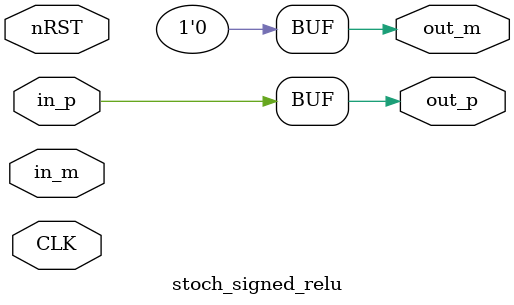
<source format=sv>
`timescale 1ns / 1ps

module stoch_signed_relu (
  input logic CLK,
  input logic nRST,
  input logic in_p,
  input logic in_m,
  output logic out_p,
  output logic out_m
);

assign out_p = in_p;
assign out_m = 1'b0;

endmodule

</source>
